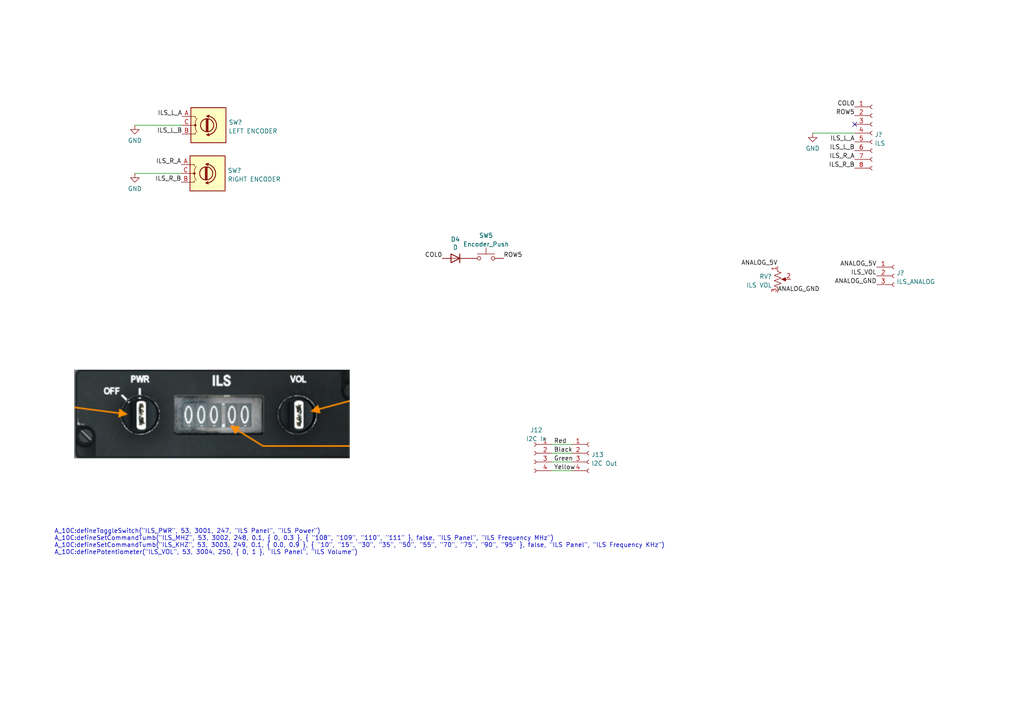
<source format=kicad_sch>
(kicad_sch (version 20211123) (generator eeschema)
  (paper "A4")
  (lib_symbols
    (symbol "Connector:Conn_01x03_Female" (pin_names (offset 1.016) hide)
      (property "Reference" "J" (at 0 5.08 0))
      (property "Value" "Conn_01x03_Female" (at 0 -5.08 0))
      (symbol "Conn_01x03_Female_1_1"
        (arc (start 0 -2.032) (mid -0.508 -2.54) (end 0 -3.048) (stroke (width 0.1524)))
        (polyline (pts (xy -1.27 -2.54) (xy -0.508 -2.54)) (stroke (width 0.1524)))
        (polyline (pts (xy -1.27 0) (xy -0.508 0)) (stroke (width 0.1524)))
        (polyline (pts (xy -1.27 2.54) (xy -0.508 2.54)) (stroke (width 0.1524)))
        (arc (start 0 0.508) (mid -0.508 0) (end 0 -0.508) (stroke (width 0.1524)))
        (arc (start 0 3.048) (mid -0.508 2.54) (end 0 2.032) (stroke (width 0.1524)))
        (pin passive line (at -5.08 2.54 0) (length 3.81) (name "Pin_1") (number "1"))
        (pin passive line (at -5.08 0 0) (length 3.81) (name "Pin_2") (number "2"))
        (pin passive line (at -5.08 -2.54 0) (length 3.81) (name "Pin_3") (number "3"))
      )
    )
    (symbol "Connector:Conn_01x04_Female" (pin_names (offset 1.016) hide)
      (property "Reference" "J" (at 0 5.08 0))
      (property "Value" "Conn_01x04_Female" (at 0 -7.62 0))
      (symbol "Conn_01x04_Female_1_1"
        (arc (start 0 -4.572) (mid -0.508 -5.08) (end 0 -5.588) (stroke (width 0.1524)))
        (arc (start 0 -2.032) (mid -0.508 -2.54) (end 0 -3.048) (stroke (width 0.1524)))
        (polyline (pts (xy -1.27 -5.08) (xy -0.508 -5.08)) (stroke (width 0.1524)))
        (polyline (pts (xy -1.27 -2.54) (xy -0.508 -2.54)) (stroke (width 0.1524)))
        (polyline (pts (xy -1.27 0) (xy -0.508 0)) (stroke (width 0.1524)))
        (polyline (pts (xy -1.27 2.54) (xy -0.508 2.54)) (stroke (width 0.1524)))
        (arc (start 0 0.508) (mid -0.508 0) (end 0 -0.508) (stroke (width 0.1524)))
        (arc (start 0 3.048) (mid -0.508 2.54) (end 0 2.032) (stroke (width 0.1524)))
        (pin passive line (at -5.08 2.54 0) (length 3.81) (name "Pin_1") (number "1"))
        (pin passive line (at -5.08 0 0) (length 3.81) (name "Pin_2") (number "2"))
        (pin passive line (at -5.08 -2.54 0) (length 3.81) (name "Pin_3") (number "3"))
        (pin passive line (at -5.08 -5.08 0) (length 3.81) (name "Pin_4") (number "4"))
      )
    )
    (symbol "Connector:Conn_01x08_Female" (pin_names (offset 1.016) hide)
      (property "Reference" "J" (at 0 10.16 0))
      (property "Value" "Conn_01x08_Female" (at 0 -12.7 0))
      (symbol "Conn_01x08_Female_1_1"
        (arc (start 0 -9.652) (mid -0.508 -10.16) (end 0 -10.668) (stroke (width 0.1524)))
        (arc (start 0 -7.112) (mid -0.508 -7.62) (end 0 -8.128) (stroke (width 0.1524)))
        (arc (start 0 -4.572) (mid -0.508 -5.08) (end 0 -5.588) (stroke (width 0.1524)))
        (arc (start 0 -2.032) (mid -0.508 -2.54) (end 0 -3.048) (stroke (width 0.1524)))
        (polyline (pts (xy -1.27 -10.16) (xy -0.508 -10.16)) (stroke (width 0.1524)))
        (polyline (pts (xy -1.27 -7.62) (xy -0.508 -7.62)) (stroke (width 0.1524)))
        (polyline (pts (xy -1.27 -5.08) (xy -0.508 -5.08)) (stroke (width 0.1524)))
        (polyline (pts (xy -1.27 -2.54) (xy -0.508 -2.54)) (stroke (width 0.1524)))
        (polyline (pts (xy -1.27 0) (xy -0.508 0)) (stroke (width 0.1524)))
        (polyline (pts (xy -1.27 2.54) (xy -0.508 2.54)) (stroke (width 0.1524)))
        (polyline (pts (xy -1.27 5.08) (xy -0.508 5.08)) (stroke (width 0.1524)))
        (polyline (pts (xy -1.27 7.62) (xy -0.508 7.62)) (stroke (width 0.1524)))
        (arc (start 0 0.508) (mid -0.508 0) (end 0 -0.508) (stroke (width 0.1524)))
        (arc (start 0 3.048) (mid -0.508 2.54) (end 0 2.032) (stroke (width 0.1524)))
        (arc (start 0 5.588) (mid -0.508 5.08) (end 0 4.572) (stroke (width 0.1524)))
        (arc (start 0 8.128) (mid -0.508 7.62) (end 0 7.112) (stroke (width 0.1524)))
        (pin passive line (at -5.08 7.62 0) (length 3.81) (name "Pin_1") (number "1"))
        (pin passive line (at -5.08 5.08 0) (length 3.81) (name "Pin_2") (number "2"))
        (pin passive line (at -5.08 2.54 0) (length 3.81) (name "Pin_3") (number "3"))
        (pin passive line (at -5.08 0 0) (length 3.81) (name "Pin_4") (number "4"))
        (pin passive line (at -5.08 -2.54 0) (length 3.81) (name "Pin_5") (number "5"))
        (pin passive line (at -5.08 -5.08 0) (length 3.81) (name "Pin_6") (number "6"))
        (pin passive line (at -5.08 -7.62 0) (length 3.81) (name "Pin_7") (number "7"))
        (pin passive line (at -5.08 -10.16 0) (length 3.81) (name "Pin_8") (number "8"))
      )
    )
    (symbol "Device:D" (pin_numbers hide) (pin_names (offset 1.016) hide)
      (property "Reference" "D" (at 0 2.54 0))
      (property "Value" "D" (at 0 -2.54 0))
      (symbol "D_0_1"
        (polyline (pts (xy -1.27 1.27) (xy -1.27 -1.27)) (stroke (width 0.254)))
        (polyline (pts (xy 1.27 0) (xy -1.27 0)))
        (polyline (pts (xy 1.27 1.27) (xy 1.27 -1.27) (xy -1.27 0) (xy 1.27 1.27)) (stroke (width 0.254)))
      )
      (symbol "D_1_1"
        (pin passive line (at -3.81 0 0) (length 2.54) (name "K") (number "1"))
        (pin passive line (at 3.81 0 180) (length 2.54) (name "A") (number "2"))
      )
    )
    (symbol "Device:R_Potentiometer_US" (pin_names (offset 1.016) hide)
      (property "Reference" "RV" (at -4.445 0 90))
      (property "Value" "R_Potentiometer_US" (at -2.54 0 90))
      (symbol "R_Potentiometer_US_0_1"
        (polyline (pts (xy 0 -2.286) (xy 0 -2.54)))
        (polyline (pts (xy 0 2.54) (xy 0 2.286)))
        (polyline (pts (xy 2.54 0) (xy 1.524 0)))
        (polyline (pts (xy 1.143 0) (xy 2.286 0.508) (xy 2.286 -0.508) (xy 1.143 0)) (fill (type outline)))
        (polyline (pts (xy 0 -0.762) (xy 1.016 -1.143) (xy 0 -1.524) (xy -1.016 -1.905) (xy 0 -2.286)))
        (polyline (pts (xy 0 0.762) (xy 1.016 0.381) (xy 0 0) (xy -1.016 -0.381) (xy 0 -0.762)))
        (polyline (pts (xy 0 2.286) (xy 1.016 1.905) (xy 0 1.524) (xy -1.016 1.143) (xy 0 0.762)))
      )
      (symbol "R_Potentiometer_US_1_1"
        (pin passive line (at 0 3.81 270) (length 1.27) (name "1") (number "1"))
        (pin passive line (at 3.81 0 180) (length 1.27) (name "2") (number "2"))
        (pin passive line (at 0 -3.81 90) (length 1.27) (name "3") (number "3"))
      )
    )
    (symbol "Device:RotaryEncoder" (pin_names (offset 0.254) hide)
      (property "Reference" "SW" (at 0 6.604 0))
      (property "Value" "RotaryEncoder" (at 0 -6.604 0))
      (symbol "RotaryEncoder_0_1"
        (rectangle (start -5.08 5.08) (end 5.08 -5.08) (stroke (width 0.254)) (fill (type background)))
        (circle (center -3.81 0) (radius 0.254) (fill (type outline)))
        (arc (start -0.381 -2.794) (mid 2.3622 -0.0508) (end -0.381 2.667) (stroke (width 0.254)))
        (circle (center -0.381 0) (radius 1.905) (stroke (width 0.254)))
        (polyline (pts (xy -0.635 -1.778) (xy -0.635 1.778)) (stroke (width 0.254)))
        (polyline (pts (xy -0.381 -1.778) (xy -0.381 1.778)) (stroke (width 0.254)))
        (polyline (pts (xy -0.127 1.778) (xy -0.127 -1.778)) (stroke (width 0.254)))
        (polyline (pts (xy -5.08 -2.54) (xy -3.81 -2.54) (xy -3.81 -2.032)))
        (polyline (pts (xy -5.08 2.54) (xy -3.81 2.54) (xy -3.81 2.032)))
        (polyline (pts (xy 0.254 -3.048) (xy -0.508 -2.794) (xy 0.127 -2.413)) (stroke (width 0.254)))
        (polyline (pts (xy 0.254 2.921) (xy -0.508 2.667) (xy 0.127 2.286)) (stroke (width 0.254)))
        (polyline (pts (xy -5.08 0) (xy -3.81 0) (xy -3.81 -1.016) (xy -3.302 -2.032)))
        (polyline (pts (xy -4.318 0) (xy -3.81 0) (xy -3.81 1.016) (xy -3.302 2.032)))
      )
      (symbol "RotaryEncoder_1_1"
        (pin passive line (at -7.62 2.54 0) (length 2.54) (name "A") (number "A"))
        (pin passive line (at -7.62 -2.54 0) (length 2.54) (name "B") (number "B"))
        (pin passive line (at -7.62 0 0) (length 2.54) (name "C") (number "C"))
      )
    )
    (symbol "Switch:SW_Push" (pin_numbers hide) (pin_names (offset 1.016) hide)
      (property "Reference" "SW" (at 1.27 2.54 0))
      (property "Value" "SW_Push" (at 0 -1.524 0))
      (symbol "SW_Push_0_1"
        (circle (center -2.032 0) (radius 0.508))
        (polyline (pts (xy 0 1.27) (xy 0 3.048)))
        (polyline (pts (xy 2.54 1.27) (xy -2.54 1.27)))
        (circle (center 2.032 0) (radius 0.508))
        (pin passive line (at -5.08 0 0) (length 2.54) (name "1") (number "1"))
        (pin passive line (at 5.08 0 180) (length 2.54) (name "2") (number "2"))
      )
    )
    (symbol "power:GND" (power) (pin_names (offset 0))
      (property "Value" "GND" (at 0 -3.81 0))
      (symbol "GND_0_1"
        (polyline (pts (xy 0 0) (xy 0 -1.27) (xy 1.27 -1.27) (xy 0 -2.54) (xy -1.27 -1.27) (xy 0 -1.27)))
      )
      (symbol "GND_1_1"
        (pin power_in line (at 0 0 270) (length 0) hide (name "GND") (number "1"))
      )
    )
  )
  (no_connect (at 247.904 36.068))
  (wire (pts (xy 235.712 38.608) (xy 247.904 38.608)))
  (wire (pts (xy 39.116 50.292) (xy 52.578 50.292)))
  (wire (pts (xy 39.116 36.322) (xy 52.832 36.322)))
  (wire (pts (xy 160.02 133.985) (xy 165.735 133.985)))
  (wire (pts (xy 160.02 128.905) (xy 165.735 128.905)))
  (wire (pts (xy 160.02 131.445) (xy 165.735 131.445)))
  (wire (pts (xy 160.02 136.525) (xy 165.735 136.525)))
  (image (at 61.468 119.634) (scale 2.61417))
  (text "\nA_10C:defineToggleSwitch(\"ILS_PWR\", 53, 3001, 247, \"ILS Panel\", \"ILS Power\")\nA_10C:defineSetCommandTumb(\"ILS_MHZ\", 53, 3002, 248, 0.1, { 0, 0.3 }, { \"108\", \"109\", \"110\", \"111\" }, false, \"ILS Panel\", \"ILS Frequency MHz\")\nA_10C:defineSetCommandTumb(\"ILS_KHZ\", 53, 3003, 249, 0.1, { 0.0, 0.9 }, { \"10\", \"15\", \"30\", \"35\", \"50\", \"55\", \"70\", \"75\", \"90\", \"95\" }, false, \"ILS Panel\", \"ILS Frequency KHz\")\nA_10C:definePotentiometer(\"ILS_VOL\", 53, 3004, 250, { 0, 1 }, \"ILS Panel\", \"ILS Volume\")" (at 15.748 161.036 0) (effects (font (size 1.27 1.27)) (justify left bottom)))
  (label "ILS_R_B" (at 247.904 48.768 180))
  (label "COL0" (at 128.27 74.93 180))
  (label "ILS_R_A" (at 52.578 47.752 180))
  (label "Yellow" (at 160.655 136.525 0))
  (label "ANALOG_5V" (at 254.254 77.47 180))
  (label "ILS_L_A" (at 247.904 41.148 180))
  (label "ROW5" (at 146.05 74.93 0))
  (label "ILS_R_B" (at 52.578 52.832 180))
  (label "ILS_L_B" (at 52.832 38.862 180))
  (label "ANALOG_GND" (at 225.552 84.836 0))
  (label "Red" (at 160.655 128.905 0))
  (label "COL0" (at 247.904 30.988 180))
  (label "ANALOG_GND" (at 254.254 82.55 180))
  (label "Green" (at 160.655 133.985 0))
  (label "Black" (at 160.655 131.445 0))
  (label "ILS_L_A" (at 52.832 33.782 180))
  (label "ILS_VOL" (at 254.254 80.01 180))
  (label "ANALOG_5V" (at 225.552 77.216 180))
  (label "ILS_R_A" (at 247.904 46.228 180))
  (label "ILS_L_B" (at 247.904 43.688 180))
  (label "ROW5" (at 247.904 33.528 180))
  (symbol (lib_id "Connector:Conn_01x04_Female") (at 154.94 131.445 0) (mirror y) (unit 1)
    (property "Reference" "J12" (at 155.575 124.748 0))
    (property "Value" "I2C In" (at 155.575 127.2849 0))
    (property "Footprint" "Connector_Molex:Molex_KK-254_AE-6410-04A_1x04_P2.54mm_Vertical" (effects hide))
  )
  (symbol (lib_id "power:GND") (at 39.116 50.292 0) (unit 1)
    (property "Reference" "#PWR?" (effects hide))
    (property "Value" "GND" (at 39.116 54.7354 0))
  )
  (symbol (lib_id "Connector:Conn_01x08_Female") (at 252.984 38.608 0) (unit 1)
    (property "Reference" "J?" (at 253.6952 39.0433 0) (effects (justify left)))
    (property "Value" "ILS" (at 253.6952 41.5802 0) (effects (justify left)))
  )
  (symbol (lib_id "Device:R_Potentiometer_US") (at 225.552 81.026 0) (unit 1)
    (property "Reference" "RV?" (at 223.9011 80.1913 0) (effects (justify right)))
    (property "Value" "ILS VOL" (at 223.9011 82.7282 0) (effects (justify right)))
  )
  (symbol (lib_id "power:GND") (at 39.116 36.322 0) (unit 1)
    (property "Reference" "#PWR?" (effects hide))
    (property "Value" "GND" (at 39.116 40.7654 0))
  )
  (symbol (lib_id "Connector:Conn_01x03_Female") (at 259.334 80.01 0) (unit 1)
    (property "Reference" "J?" (at 260.0452 79.1753 0) (effects (justify left)))
    (property "Value" "ILS_ANALOG" (at 260.0452 81.7122 0) (effects (justify left)))
  )
  (symbol (lib_id "Connector:Conn_01x04_Female") (at 170.815 131.445 0) (unit 1)
    (property "Reference" "J13" (at 171.5262 131.8803 0) (effects (justify left)))
    (property "Value" "I2C Out" (at 171.5262 134.4172 0) (effects (justify left)))
    (property "Footprint" "Connector_Molex:Molex_KK-254_AE-6410-04A_1x04_P2.54mm_Vertical" (effects hide))
  )
  (symbol (lib_id "Device:RotaryEncoder") (at 60.452 36.322 0) (unit 1)
    (property "Reference" "SW?" (at 66.294 35.4873 0) (effects (justify left)))
    (property "Value" "LEFT ENCODER" (at 66.294 38.0242 0) (effects (justify left)))
    (property "Footprint" "Connector_Molex:Molex_KK-254_AE-6410-03A_1x03_P2.54mm_Vertical" (effects hide))
  )
  (symbol (lib_id "Device:RotaryEncoder") (at 60.198 50.292 0) (unit 1)
    (property "Reference" "SW?" (at 66.04 49.4573 0) (effects (justify left)))
    (property "Value" "RIGHT ENCODER" (at 66.04 51.9942 0) (effects (justify left)))
    (property "Footprint" "Connector_Molex:Molex_KK-254_AE-6410-03A_1x03_P2.54mm_Vertical" (effects hide))
  )
  (symbol (lib_id "power:GND") (at 235.712 38.608 0) (unit 1)
    (property "Reference" "#PWR?" (effects hide))
    (property "Value" "GND" (at 235.712 43.0514 0))
  )
  (symbol (lib_id "Device:D") (at 132.08 74.93 0) (mirror y) (unit 1)
    (property "Reference" "D4" (at 132.08 69.4436 0))
    (property "Value" "D" (at 132.08 71.755 0))
    (property "Footprint" "Diode_THT:D_A-405_P7.62mm_Horizontal" (effects hide))
  )
  (symbol (lib_id "Switch:SW_Push") (at 140.97 74.93 0) (unit 1)
    (property "Reference" "SW5" (at 140.97 68.3092 0))
    (property "Value" "Encoder_Push" (at 140.97 70.8461 0))
    (property "Footprint" "Connector_Molex:Molex_KK-254_AE-6410-02A_1x02_P2.54mm_Vertical" (effects hide))
  )
)
</source>
